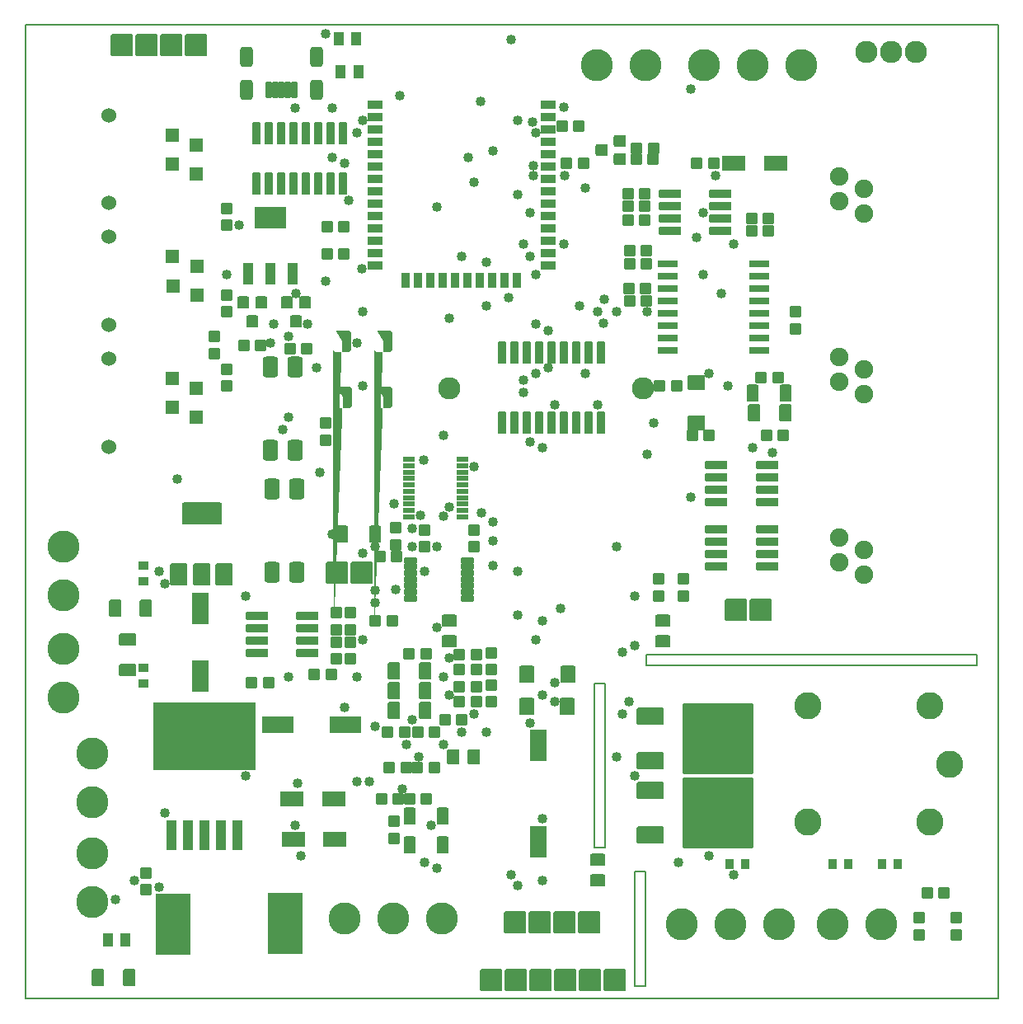
<source format=gbr>
G04 PROTEUS GERBER X2 FILE*
%TF.GenerationSoftware,Labcenter,Proteus,8.13-SP0-Build31525*%
%TF.CreationDate,2023-08-07T13:40:14+00:00*%
%TF.FileFunction,Soldermask,Top*%
%TF.FilePolarity,Negative*%
%TF.Part,Single*%
%TF.SameCoordinates,{8d507f11-5f74-4f73-9321-756942b8957b}*%
%FSLAX45Y45*%
%MOMM*%
G01*
%TA.AperFunction,Material*%
%ADD69C,1.016000*%
%AMPPAD064*
4,1,4,
-0.750000,0.450000,
0.750000,0.450000,
0.750000,-0.450000,
-0.750000,-0.450000,
-0.750000,0.450000,
0*%
%TA.AperFunction,Material*%
%ADD74PPAD064*%
%AMPPAD065*
4,1,4,
-0.450000,0.750000,
0.450000,0.750000,
0.450000,-0.750000,
-0.450000,-0.750000,
-0.450000,0.750000,
0*%
%ADD75PPAD065*%
%AMPPAD066*
4,1,36,
-1.143000,-0.317500,
-1.143000,0.317500,
-1.140470,0.343470,
-1.133200,0.367480,
-1.121650,0.389080,
-1.106290,0.407790,
-1.087570,0.423150,
-1.065980,0.434700,
-1.041970,0.441970,
-1.016000,0.444500,
1.016000,0.444500,
1.041970,0.441970,
1.065980,0.434700,
1.087570,0.423150,
1.106290,0.407790,
1.121650,0.389080,
1.133200,0.367480,
1.140470,0.343470,
1.143000,0.317500,
1.143000,-0.317500,
1.140470,-0.343470,
1.133200,-0.367480,
1.121650,-0.389080,
1.106290,-0.407790,
1.087570,-0.423150,
1.065980,-0.434700,
1.041970,-0.441970,
1.016000,-0.444500,
-1.016000,-0.444500,
-1.041970,-0.441970,
-1.065980,-0.434700,
-1.087570,-0.423150,
-1.106290,-0.407790,
-1.121650,-0.389080,
-1.133200,-0.367480,
-1.140470,-0.343470,
-1.143000,-0.317500,
0*%
%TA.AperFunction,Material*%
%ADD76PPAD066*%
%AMPPAD067*
4,1,36,
-0.677000,-0.200000,
-0.677000,0.200000,
-0.674470,0.225970,
-0.667200,0.249980,
-0.655650,0.271580,
-0.640290,0.290290,
-0.621570,0.305650,
-0.599980,0.317200,
-0.575970,0.324470,
-0.550000,0.327000,
0.550000,0.327000,
0.575970,0.324470,
0.599980,0.317200,
0.621570,0.305650,
0.640290,0.290290,
0.655650,0.271580,
0.667200,0.249980,
0.674470,0.225970,
0.677000,0.200000,
0.677000,-0.200000,
0.674470,-0.225970,
0.667200,-0.249980,
0.655650,-0.271580,
0.640290,-0.290290,
0.621570,-0.305650,
0.599980,-0.317200,
0.575970,-0.324470,
0.550000,-0.327000,
-0.550000,-0.327000,
-0.575970,-0.324470,
-0.599980,-0.317200,
-0.621570,-0.305650,
-0.640290,-0.290290,
-0.655650,-0.271580,
-0.667200,-0.249980,
-0.674470,-0.225970,
-0.677000,-0.200000,
0*%
%TA.AperFunction,Material*%
%ADD77PPAD067*%
%AMPPAD068*
4,1,36,
-0.627000,-0.150000,
-0.627000,0.150000,
-0.624470,0.175970,
-0.617200,0.199980,
-0.605650,0.221580,
-0.590290,0.240290,
-0.571570,0.255650,
-0.549980,0.267200,
-0.525970,0.274470,
-0.500000,0.277000,
0.500000,0.277000,
0.525970,0.274470,
0.549980,0.267200,
0.571570,0.255650,
0.590290,0.240290,
0.605650,0.221580,
0.617200,0.199980,
0.624470,0.175970,
0.627000,0.150000,
0.627000,-0.150000,
0.624470,-0.175970,
0.617200,-0.199980,
0.605650,-0.221580,
0.590290,-0.240290,
0.571570,-0.255650,
0.549980,-0.267200,
0.525970,-0.274470,
0.500000,-0.277000,
-0.500000,-0.277000,
-0.525970,-0.274470,
-0.549980,-0.267200,
-0.571570,-0.255650,
-0.590290,-0.240290,
-0.605650,-0.221580,
-0.617200,-0.199980,
-0.624470,-0.175970,
-0.627000,-0.150000,
0*%
%TA.AperFunction,Material*%
%ADD78PPAD068*%
%AMPPAD069*
4,1,4,
0.469900,0.444500,
0.469900,-0.444500,
-0.469900,-0.444500,
-0.469900,0.444500,
0.469900,0.444500,
0*%
%TA.AperFunction,Material*%
%ADD79PPAD069*%
%AMPPAD070*
4,1,36,
-0.571500,-0.444500,
-0.571500,0.444500,
-0.568970,0.470470,
-0.561700,0.494480,
-0.550150,0.516080,
-0.534790,0.534790,
-0.516070,0.550150,
-0.494480,0.561700,
-0.470470,0.568970,
-0.444500,0.571500,
0.444500,0.571500,
0.470470,0.568970,
0.494480,0.561700,
0.516070,0.550150,
0.534790,0.534790,
0.550150,0.516080,
0.561700,0.494480,
0.568970,0.470470,
0.571500,0.444500,
0.571500,-0.444500,
0.568970,-0.470470,
0.561700,-0.494480,
0.550150,-0.516080,
0.534790,-0.534790,
0.516070,-0.550150,
0.494480,-0.561700,
0.470470,-0.568970,
0.444500,-0.571500,
-0.444500,-0.571500,
-0.470470,-0.568970,
-0.494480,-0.561700,
-0.516070,-0.550150,
-0.534790,-0.534790,
-0.550150,-0.516080,
-0.561700,-0.494480,
-0.568970,-0.470470,
-0.571500,-0.444500,
0*%
%ADD80PPAD070*%
%AMPPAD071*
4,1,36,
0.444500,-0.571500,
-0.444500,-0.571500,
-0.470470,-0.568970,
-0.494480,-0.561700,
-0.516080,-0.550150,
-0.534790,-0.534790,
-0.550150,-0.516070,
-0.561700,-0.494480,
-0.568970,-0.470470,
-0.571500,-0.444500,
-0.571500,0.444500,
-0.568970,0.470470,
-0.561700,0.494480,
-0.550150,0.516070,
-0.534790,0.534790,
-0.516080,0.550150,
-0.494480,0.561700,
-0.470470,0.568970,
-0.444500,0.571500,
0.444500,0.571500,
0.470470,0.568970,
0.494480,0.561700,
0.516080,0.550150,
0.534790,0.534790,
0.550150,0.516070,
0.561700,0.494480,
0.568970,0.470470,
0.571500,0.444500,
0.571500,-0.444500,
0.568970,-0.470470,
0.561700,-0.494480,
0.550150,-0.516070,
0.534790,-0.534790,
0.516080,-0.550150,
0.494480,-0.561700,
0.470470,-0.568970,
0.444500,-0.571500,
0*%
%ADD81PPAD071*%
%ADD82C,3.302000*%
%AMPPAD073*
4,1,36,
0.508000,-0.889000,
-0.508000,-0.889000,
-0.533970,-0.886470,
-0.557980,-0.879200,
-0.579580,-0.867650,
-0.598290,-0.852290,
-0.613650,-0.833570,
-0.625200,-0.811980,
-0.632470,-0.787970,
-0.635000,-0.762000,
-0.635000,0.762000,
-0.632470,0.787970,
-0.625200,0.811980,
-0.613650,0.833570,
-0.598290,0.852290,
-0.579580,0.867650,
-0.557980,0.879200,
-0.533970,0.886470,
-0.508000,0.889000,
0.508000,0.889000,
0.533970,0.886470,
0.557980,0.879200,
0.579580,0.867650,
0.598290,0.852290,
0.613650,0.833570,
0.625200,0.811980,
0.632470,0.787970,
0.635000,0.762000,
0.635000,-0.762000,
0.632470,-0.787970,
0.625200,-0.811980,
0.613650,-0.833570,
0.598290,-0.852290,
0.579580,-0.867650,
0.557980,-0.879200,
0.533970,-0.886470,
0.508000,-0.889000,
0*%
%ADD83PPAD073*%
%AMPPAD074*
4,1,4,
1.175000,-0.775000,
-1.175000,-0.775000,
-1.175000,0.775000,
1.175000,0.775000,
1.175000,-0.775000,
0*%
%ADD84PPAD074*%
%AMPPAD075*
4,1,4,
0.520700,-1.498600,
-0.520700,-1.498600,
-0.520700,1.498600,
0.520700,1.498600,
0.520700,-1.498600,
0*%
%TA.AperFunction,Material*%
%ADD85PPAD075*%
%AMPPAD076*
4,1,4,
-5.245100,-3.454400,
-5.245100,3.454400,
5.245100,3.454400,
5.245100,-3.454400,
-5.245100,-3.454400,
0*%
%ADD86PPAD076*%
%AMPPAD077*
4,1,36,
-1.650000,3.127000,
1.650000,3.127000,
1.675970,3.124470,
1.699980,3.117200,
1.721580,3.105650,
1.740290,3.090290,
1.755650,3.071570,
1.767200,3.049980,
1.774470,3.025970,
1.777000,3.000000,
1.777000,-3.000000,
1.774470,-3.025970,
1.767200,-3.049980,
1.755650,-3.071570,
1.740290,-3.090290,
1.721580,-3.105650,
1.699980,-3.117200,
1.675970,-3.124470,
1.650000,-3.127000,
-1.650000,-3.127000,
-1.675970,-3.124470,
-1.699980,-3.117200,
-1.721580,-3.105650,
-1.740290,-3.090290,
-1.755650,-3.071570,
-1.767200,-3.049980,
-1.774470,-3.025970,
-1.777000,-3.000000,
-1.777000,3.000000,
-1.774470,3.025970,
-1.767200,3.049980,
-1.755650,3.071570,
-1.740290,3.090290,
-1.721580,3.105650,
-1.699980,3.117200,
-1.675970,3.124470,
-1.650000,3.127000,
0*%
%TA.AperFunction,Material*%
%ADD87PPAD077*%
%AMPPAD078*
4,1,36,
-0.700000,1.627000,
0.700000,1.627000,
0.725970,1.624470,
0.749980,1.617200,
0.771580,1.605650,
0.790290,1.590290,
0.805650,1.571570,
0.817200,1.549980,
0.824470,1.525970,
0.827000,1.500000,
0.827000,-1.500000,
0.824470,-1.525970,
0.817200,-1.549980,
0.805650,-1.571570,
0.790290,-1.590290,
0.771580,-1.605650,
0.749980,-1.617200,
0.725970,-1.624470,
0.700000,-1.627000,
-0.700000,-1.627000,
-0.725970,-1.624470,
-0.749980,-1.617200,
-0.771580,-1.605650,
-0.790290,-1.590290,
-0.805650,-1.571570,
-0.817200,-1.549980,
-0.824470,-1.525970,
-0.827000,-1.500000,
-0.827000,1.500000,
-0.824470,1.525970,
-0.817200,1.549980,
-0.805650,1.571570,
-0.790290,1.590290,
-0.771580,1.605650,
-0.749980,1.617200,
-0.725970,1.624470,
-0.700000,1.627000,
0*%
%ADD88PPAD078*%
%AMPPAD079*
4,1,36,
1.627000,0.700000,
1.627000,-0.700000,
1.624470,-0.725970,
1.617200,-0.749980,
1.605650,-0.771580,
1.590290,-0.790290,
1.571570,-0.805650,
1.549980,-0.817200,
1.525970,-0.824470,
1.500000,-0.827000,
-1.500000,-0.827000,
-1.525970,-0.824470,
-1.549980,-0.817200,
-1.571570,-0.805650,
-1.590290,-0.790290,
-1.605650,-0.771580,
-1.617200,-0.749980,
-1.624470,-0.725970,
-1.627000,-0.700000,
-1.627000,0.700000,
-1.624470,0.725970,
-1.617200,0.749980,
-1.605650,0.771580,
-1.590290,0.790290,
-1.571570,0.805650,
-1.549980,0.817200,
-1.525970,0.824470,
-1.500000,0.827000,
1.500000,0.827000,
1.525970,0.824470,
1.549980,0.817200,
1.571570,0.805650,
1.590290,0.790290,
1.605650,0.771580,
1.617200,0.749980,
1.624470,0.725970,
1.627000,0.700000,
0*%
%ADD89PPAD079*%
%AMPPAD080*
4,1,4,
-0.495300,0.698500,
0.495300,0.698500,
0.495300,-0.698500,
-0.495300,-0.698500,
-0.495300,0.698500,
0*%
%ADD90PPAD080*%
%AMPPAD081*
4,1,36,
0.444500,-0.889000,
-0.444500,-0.889000,
-0.470470,-0.886470,
-0.494480,-0.879200,
-0.516080,-0.867650,
-0.534790,-0.852290,
-0.550150,-0.833570,
-0.561700,-0.811980,
-0.568970,-0.787970,
-0.571500,-0.762000,
-0.571500,0.762000,
-0.568970,0.787970,
-0.561700,0.811980,
-0.550150,0.833570,
-0.534790,0.852290,
-0.516080,0.867650,
-0.494480,0.879200,
-0.470470,0.886470,
-0.444500,0.889000,
0.444500,0.889000,
0.470470,0.886470,
0.494480,0.879200,
0.516080,0.867650,
0.534790,0.852290,
0.550150,0.833570,
0.561700,0.811980,
0.568970,0.787970,
0.571500,0.762000,
0.571500,-0.762000,
0.568970,-0.787970,
0.561700,-0.811980,
0.550150,-0.833570,
0.534790,-0.852290,
0.516080,-0.867650,
0.494480,-0.879200,
0.470470,-0.886470,
0.444500,-0.889000,
0*%
%ADD91PPAD081*%
%AMPPAD082*
4,1,36,
1.397000,0.762000,
1.397000,-0.762000,
1.394470,-0.787970,
1.387200,-0.811980,
1.375650,-0.833580,
1.360290,-0.852290,
1.341570,-0.867650,
1.319980,-0.879200,
1.295970,-0.886470,
1.270000,-0.889000,
-1.270000,-0.889000,
-1.295970,-0.886470,
-1.319980,-0.879200,
-1.341570,-0.867650,
-1.360290,-0.852290,
-1.375650,-0.833580,
-1.387200,-0.811980,
-1.394470,-0.787970,
-1.397000,-0.762000,
-1.397000,0.762000,
-1.394470,0.787970,
-1.387200,0.811980,
-1.375650,0.833580,
-1.360290,0.852290,
-1.341570,0.867650,
-1.319980,0.879200,
-1.295970,0.886470,
-1.270000,0.889000,
1.270000,0.889000,
1.295970,0.886470,
1.319980,0.879200,
1.341570,0.867650,
1.360290,0.852290,
1.375650,0.833580,
1.387200,0.811980,
1.394470,0.787970,
1.397000,0.762000,
0*%
%TA.AperFunction,Material*%
%ADD92PPAD082*%
%AMPPAD083*
4,1,36,
3.619500,3.492500,
3.619500,-3.492500,
3.616970,-3.518470,
3.609700,-3.542480,
3.598150,-3.564080,
3.582790,-3.582790,
3.564070,-3.598150,
3.542480,-3.609700,
3.518470,-3.616970,
3.492500,-3.619500,
-3.492500,-3.619500,
-3.518470,-3.616970,
-3.542480,-3.609700,
-3.564070,-3.598150,
-3.582790,-3.582790,
-3.598150,-3.564080,
-3.609700,-3.542480,
-3.616970,-3.518470,
-3.619500,-3.492500,
-3.619500,3.492500,
-3.616970,3.518470,
-3.609700,3.542480,
-3.598150,3.564080,
-3.582790,3.582790,
-3.564070,3.598150,
-3.542480,3.609700,
-3.518470,3.616970,
-3.492500,3.619500,
3.492500,3.619500,
3.518470,3.616970,
3.542480,3.609700,
3.564070,3.598150,
3.582790,3.582790,
3.598150,3.564080,
3.609700,3.542480,
3.616970,3.518470,
3.619500,3.492500,
0*%
%ADD93PPAD083*%
%TA.AperFunction,Material*%
%ADD94C,2.286000*%
%AMPPAD085*
4,1,36,
0.200000,-0.827000,
-0.200000,-0.827000,
-0.225970,-0.824470,
-0.249980,-0.817200,
-0.271580,-0.805650,
-0.290290,-0.790290,
-0.305650,-0.771570,
-0.317200,-0.749980,
-0.324470,-0.725970,
-0.327000,-0.700000,
-0.327000,0.700000,
-0.324470,0.725970,
-0.317200,0.749980,
-0.305650,0.771570,
-0.290290,0.790290,
-0.271580,0.805650,
-0.249980,0.817200,
-0.225970,0.824470,
-0.200000,0.827000,
0.200000,0.827000,
0.225970,0.824470,
0.249980,0.817200,
0.271580,0.805650,
0.290290,0.790290,
0.305650,0.771570,
0.317200,0.749980,
0.324470,0.725970,
0.327000,0.700000,
0.327000,-0.700000,
0.324470,-0.725970,
0.317200,-0.749980,
0.305650,-0.771570,
0.290290,-0.790290,
0.271580,-0.805650,
0.249980,-0.817200,
0.225970,-0.824470,
0.200000,-0.827000,
0*%
%TA.AperFunction,Material*%
%ADD95PPAD085*%
%AMPPAD086*
4,1,36,
0.220200,-1.052000,
-0.220200,-1.052000,
-0.308490,-1.043410,
-0.390130,-1.018690,
-0.463560,-0.979420,
-0.527180,-0.927180,
-0.579420,-0.863560,
-0.618690,-0.790130,
-0.643410,-0.708490,
-0.652000,-0.620200,
-0.652000,0.620200,
-0.643410,0.708490,
-0.618690,0.790130,
-0.579420,0.863560,
-0.527180,0.927180,
-0.463560,0.979420,
-0.390130,1.018690,
-0.308490,1.043410,
-0.220200,1.052000,
0.220200,1.052000,
0.308490,1.043410,
0.390130,1.018690,
0.463560,0.979420,
0.527180,0.927180,
0.579420,0.863560,
0.618690,0.790130,
0.643410,0.708490,
0.652000,0.620200,
0.652000,-0.620200,
0.643410,-0.708490,
0.618690,-0.790130,
0.579420,-0.863560,
0.527180,-0.927180,
0.463560,-0.979420,
0.390130,-1.018690,
0.308490,-1.043410,
0.220200,-1.052000,
0*%
%ADD96PPAD086*%
%AMPPAD087*
4,1,36,
-0.317500,1.143000,
0.317500,1.143000,
0.343470,1.140470,
0.367480,1.133200,
0.389080,1.121650,
0.407790,1.106290,
0.423150,1.087570,
0.434700,1.065980,
0.441970,1.041970,
0.444500,1.016000,
0.444500,-1.016000,
0.441970,-1.041970,
0.434700,-1.065980,
0.423150,-1.087570,
0.407790,-1.106290,
0.389080,-1.121650,
0.367480,-1.133200,
0.343470,-1.140470,
0.317500,-1.143000,
-0.317500,-1.143000,
-0.343470,-1.140470,
-0.367480,-1.133200,
-0.389080,-1.121650,
-0.407790,-1.106290,
-0.423150,-1.087570,
-0.434700,-1.065980,
-0.441970,-1.041970,
-0.444500,-1.016000,
-0.444500,1.016000,
-0.441970,1.041970,
-0.434700,1.065980,
-0.423150,1.087570,
-0.407790,1.106290,
-0.389080,1.121650,
-0.367480,1.133200,
-0.343470,1.140470,
-0.317500,1.143000,
0*%
%TA.AperFunction,Material*%
%ADD97PPAD087*%
%AMPPAD088*
4,1,36,
-0.444500,0.635000,
0.444500,0.635000,
0.470470,0.632470,
0.494480,0.625200,
0.516080,0.613650,
0.534790,0.598290,
0.550150,0.579570,
0.561700,0.557980,
0.568970,0.533970,
0.571500,0.508000,
0.571500,-0.508000,
0.568970,-0.533970,
0.561700,-0.557980,
0.550150,-0.579570,
0.534790,-0.598290,
0.516080,-0.613650,
0.494480,-0.625200,
0.470470,-0.632470,
0.444500,-0.635000,
-0.444500,-0.635000,
-0.470470,-0.632470,
-0.494480,-0.625200,
-0.516080,-0.613650,
-0.534790,-0.598290,
-0.550150,-0.579570,
-0.561700,-0.557980,
-0.568970,-0.533970,
-0.571500,-0.508000,
-0.571500,0.508000,
-0.568970,0.533970,
-0.561700,0.557980,
-0.550150,0.579570,
-0.534790,0.598290,
-0.516080,0.613650,
-0.494480,0.625200,
-0.470470,0.632470,
-0.444500,0.635000,
0*%
%TA.AperFunction,Material*%
%ADD98PPAD088*%
%AMPPAD089*
4,1,4,
0.469900,-1.079500,
-0.469900,-1.079500,
-0.469900,1.079500,
0.469900,1.079500,
0.469900,-1.079500,
0*%
%TA.AperFunction,Material*%
%ADD99PPAD089*%
%AMPPAD090*
4,1,4,
-1.625600,-1.079500,
-1.625600,1.079500,
1.625600,1.079500,
1.625600,-1.079500,
-1.625600,-1.079500,
0*%
%ADD100PPAD090*%
%AMPPAD091*
4,1,68,
-0.650000,1.104000,
0.650000,1.104000,
0.676400,1.102720,
0.701930,1.098950,
0.726490,1.092800,
0.749960,1.084400,
0.772220,1.073870,
0.793150,1.061300,
0.812650,1.046840,
0.830580,1.030580,
0.846840,1.012640,
0.861300,0.993150,
0.873860,0.972220,
0.884400,0.949960,
0.892800,0.926490,
0.898950,0.901930,
0.902720,0.876400,
0.904000,0.850000,
0.904000,-0.850000,
0.902720,-0.876400,
0.898950,-0.901930,
0.892800,-0.926490,
0.884400,-0.949960,
0.873860,-0.972220,
0.861300,-0.993150,
0.846840,-1.012640,
0.830580,-1.030580,
0.812650,-1.046840,
0.793150,-1.061300,
0.772220,-1.073870,
0.749960,-1.084400,
0.726490,-1.092800,
0.701930,-1.098950,
0.676400,-1.102720,
0.650000,-1.104000,
-0.650000,-1.104000,
-0.676400,-1.102720,
-0.701930,-1.098950,
-0.726490,-1.092800,
-0.749960,-1.084400,
-0.772220,-1.073870,
-0.793150,-1.061300,
-0.812650,-1.046840,
-0.830580,-1.030580,
-0.846840,-1.012640,
-0.861300,-0.993150,
-0.873860,-0.972220,
-0.884400,-0.949960,
-0.892800,-0.926490,
-0.898950,-0.901930,
-0.902720,-0.876400,
-0.904000,-0.850000,
-0.904000,0.850000,
-0.902720,0.876400,
-0.898950,0.901930,
-0.892800,0.926490,
-0.884400,0.949960,
-0.873860,0.972220,
-0.861300,0.993150,
-0.846840,1.012640,
-0.830580,1.030580,
-0.812650,1.046840,
-0.793150,1.061300,
-0.772220,1.073870,
-0.749960,1.084400,
-0.726490,1.092800,
-0.701930,1.098950,
-0.676400,1.102720,
-0.650000,1.104000,
0*%
%TA.AperFunction,Material*%
%ADD101PPAD091*%
%AMPPAD092*
4,1,4,
-1.003300,-0.304800,
-1.003300,0.304800,
1.003300,0.304800,
1.003300,-0.304800,
-1.003300,-0.304800,
0*%
%TA.AperFunction,Material*%
%ADD102PPAD092*%
%TA.AperFunction,Material*%
%ADD103C,1.905000*%
%AMPPAD094*
4,1,36,
0.705000,0.654050,
0.705000,-0.654050,
0.703990,-0.664470,
0.701070,-0.674100,
0.696430,-0.682760,
0.690270,-0.690270,
0.682760,-0.696430,
0.674100,-0.701070,
0.664460,-0.703990,
0.654050,-0.705000,
-0.654050,-0.705000,
-0.664460,-0.703990,
-0.674100,-0.701070,
-0.682760,-0.696430,
-0.690270,-0.690270,
-0.696430,-0.682760,
-0.701070,-0.674100,
-0.703990,-0.664470,
-0.705000,-0.654050,
-0.705000,0.654050,
-0.703990,0.664470,
-0.701070,0.674100,
-0.696430,0.682760,
-0.690270,0.690270,
-0.682760,0.696430,
-0.674100,0.701070,
-0.664460,0.703990,
-0.654050,0.705000,
0.654050,0.705000,
0.664460,0.703990,
0.674100,0.701070,
0.682760,0.696430,
0.690270,0.690270,
0.696430,0.682760,
0.701070,0.674100,
0.703990,0.664470,
0.705000,0.654050,
0*%
%ADD104PPAD094*%
%ADD105C,1.524000*%
%AMPPAD096*
4,1,36,
-1.016000,1.143000,
1.016000,1.143000,
1.041970,1.140470,
1.065980,1.133200,
1.087580,1.121650,
1.106290,1.106290,
1.121650,1.087570,
1.133200,1.065980,
1.140470,1.041970,
1.143000,1.016000,
1.143000,-1.016000,
1.140470,-1.041970,
1.133200,-1.065980,
1.121650,-1.087570,
1.106290,-1.106290,
1.087580,-1.121650,
1.065980,-1.133200,
1.041970,-1.140470,
1.016000,-1.143000,
-1.016000,-1.143000,
-1.041970,-1.140470,
-1.065980,-1.133200,
-1.087580,-1.121650,
-1.106290,-1.106290,
-1.121650,-1.087570,
-1.133200,-1.065980,
-1.140470,-1.041970,
-1.143000,-1.016000,
-1.143000,1.016000,
-1.140470,1.041970,
-1.133200,1.065980,
-1.121650,1.087570,
-1.106290,1.106290,
-1.087580,1.121650,
-1.065980,1.133200,
-1.041970,1.140470,
-1.016000,1.143000,
0*%
%ADD106PPAD096*%
%AMPPAD097*
4,1,36,
0.635000,0.444500,
0.635000,-0.444500,
0.632470,-0.470470,
0.625200,-0.494480,
0.613650,-0.516080,
0.598290,-0.534790,
0.579570,-0.550150,
0.557980,-0.561700,
0.533970,-0.568970,
0.508000,-0.571500,
-0.508000,-0.571500,
-0.533970,-0.568970,
-0.557980,-0.561700,
-0.579570,-0.550150,
-0.598290,-0.534790,
-0.613650,-0.516080,
-0.625200,-0.494480,
-0.632470,-0.470470,
-0.635000,-0.444500,
-0.635000,0.444500,
-0.632470,0.470470,
-0.625200,0.494480,
-0.613650,0.516080,
-0.598290,0.534790,
-0.579570,0.550150,
-0.557980,0.561700,
-0.533970,0.568970,
-0.508000,0.571500,
0.508000,0.571500,
0.533970,0.568970,
0.557980,0.561700,
0.579570,0.550150,
0.598290,0.534790,
0.613650,0.516080,
0.625200,0.494480,
0.632470,0.470470,
0.635000,0.444500,
0*%
%TA.AperFunction,Material*%
%ADD107PPAD097*%
%TA.AperFunction,Material*%
%ADD108C,2.794000*%
%AMPPAD099*
4,1,36,
0.785000,0.675000,
0.785000,-0.675000,
0.777240,-0.754740,
0.754910,-0.828480,
0.719440,-0.894800,
0.672260,-0.952260,
0.614800,-0.999440,
0.548480,-1.034910,
0.474740,-1.057240,
0.395000,-1.065000,
-0.395000,-1.065000,
-0.474740,-1.057240,
-0.548480,-1.034910,
-0.614800,-0.999440,
-0.672260,-0.952260,
-0.719440,-0.894800,
-0.754910,-0.828480,
-0.777240,-0.754740,
-0.785000,-0.675000,
-0.785000,0.675000,
-0.777240,0.754740,
-0.754910,0.828480,
-0.719440,0.894800,
-0.672260,0.952260,
-0.614800,0.999440,
-0.548480,1.034910,
-0.474740,1.057240,
-0.395000,1.065000,
0.395000,1.065000,
0.474740,1.057240,
0.548480,1.034910,
0.614800,0.999440,
0.672260,0.952260,
0.719440,0.894800,
0.754910,0.828480,
0.777240,0.754740,
0.785000,0.675000,
0*%
%TA.AperFunction,Material*%
%ADD109PPAD099*%
%AMPPAD100*
4,1,4,
-0.444500,0.469900,
0.444500,0.469900,
0.444500,-0.469900,
-0.444500,-0.469900,
-0.444500,0.469900,
0*%
%TA.AperFunction,Material*%
%ADD110PPAD100*%
%AMPPAD101*
4,1,36,
-0.762000,1.143000,
0.762000,1.143000,
0.787970,1.140470,
0.811980,1.133200,
0.833580,1.121650,
0.852290,1.106290,
0.867650,1.087570,
0.879200,1.065980,
0.886470,1.041970,
0.889000,1.016000,
0.889000,-1.016000,
0.886470,-1.041970,
0.879200,-1.065980,
0.867650,-1.087570,
0.852290,-1.106290,
0.833580,-1.121650,
0.811980,-1.133200,
0.787970,-1.140470,
0.762000,-1.143000,
-0.762000,-1.143000,
-0.787970,-1.140470,
-0.811980,-1.133200,
-0.833580,-1.121650,
-0.852290,-1.106290,
-0.867650,-1.087570,
-0.879200,-1.065980,
-0.886470,-1.041970,
-0.889000,-1.016000,
-0.889000,1.016000,
-0.886470,1.041970,
-0.879200,1.065980,
-0.867650,1.087570,
-0.852290,1.106290,
-0.833580,1.121650,
-0.811980,1.133200,
-0.787970,1.140470,
-0.762000,1.143000,
0*%
%TA.AperFunction,Material*%
%ADD111PPAD101*%
%AMPPAD102*
4,1,36,
2.032000,1.016000,
2.032000,-1.016000,
2.029470,-1.041970,
2.022200,-1.065980,
2.010650,-1.087580,
1.995290,-1.106290,
1.976570,-1.121650,
1.954980,-1.133200,
1.930970,-1.140470,
1.905000,-1.143000,
-1.905000,-1.143000,
-1.930970,-1.140470,
-1.954980,-1.133200,
-1.976570,-1.121650,
-1.995290,-1.106290,
-2.010650,-1.087580,
-2.022200,-1.065980,
-2.029470,-1.041970,
-2.032000,-1.016000,
-2.032000,1.016000,
-2.029470,1.041970,
-2.022200,1.065980,
-2.010650,1.087580,
-1.995290,1.106290,
-1.976570,1.121650,
-1.954980,1.133200,
-1.930970,1.140470,
-1.905000,1.143000,
1.905000,1.143000,
1.930970,1.140470,
1.954980,1.133200,
1.976570,1.121650,
1.995290,1.106290,
2.010650,1.087580,
2.022200,1.065980,
2.029470,1.041970,
2.032000,1.016000,
0*%
%ADD112PPAD102*%
%AMPPAD103*
4,1,36,
-0.889000,-0.635000,
-0.889000,0.635000,
-0.886470,0.660970,
-0.879200,0.684980,
-0.867650,0.706580,
-0.852290,0.725290,
-0.833570,0.740650,
-0.811980,0.752200,
-0.787970,0.759470,
-0.762000,0.762000,
0.762000,0.762000,
0.787970,0.759470,
0.811980,0.752200,
0.833570,0.740650,
0.852290,0.725290,
0.867650,0.706580,
0.879200,0.684980,
0.886470,0.660970,
0.889000,0.635000,
0.889000,-0.635000,
0.886470,-0.660970,
0.879200,-0.684980,
0.867650,-0.706580,
0.852290,-0.725290,
0.833570,-0.740650,
0.811980,-0.752200,
0.787970,-0.759470,
0.762000,-0.762000,
-0.762000,-0.762000,
-0.787970,-0.759470,
-0.811980,-0.752200,
-0.833570,-0.740650,
-0.852290,-0.725290,
-0.867650,-0.706580,
-0.879200,-0.684980,
-0.886470,-0.660970,
-0.889000,-0.635000,
0*%
%TA.AperFunction,Material*%
%ADD113PPAD103*%
%AMPPAD104*
4,1,36,
-0.635000,0.889000,
0.635000,0.889000,
0.660970,0.886470,
0.684980,0.879200,
0.706580,0.867650,
0.725290,0.852290,
0.740650,0.833570,
0.752200,0.811980,
0.759470,0.787970,
0.762000,0.762000,
0.762000,-0.762000,
0.759470,-0.787970,
0.752200,-0.811980,
0.740650,-0.833570,
0.725290,-0.852290,
0.706580,-0.867650,
0.684980,-0.879200,
0.660970,-0.886470,
0.635000,-0.889000,
-0.635000,-0.889000,
-0.660970,-0.886470,
-0.684980,-0.879200,
-0.706580,-0.867650,
-0.725290,-0.852290,
-0.740650,-0.833570,
-0.752200,-0.811980,
-0.759470,-0.787970,
-0.762000,-0.762000,
-0.762000,0.762000,
-0.759470,0.787970,
-0.752200,0.811980,
-0.740650,0.833570,
-0.725290,0.852290,
-0.706580,0.867650,
-0.684980,0.879200,
-0.660970,0.886470,
-0.635000,0.889000,
0*%
%ADD114PPAD104*%
%AMPPAD105*
4,1,36,
-0.889000,-0.508000,
-0.889000,0.508000,
-0.886470,0.533970,
-0.879200,0.557980,
-0.867650,0.579580,
-0.852290,0.598290,
-0.833570,0.613650,
-0.811980,0.625200,
-0.787970,0.632470,
-0.762000,0.635000,
0.762000,0.635000,
0.787970,0.632470,
0.811980,0.625200,
0.833570,0.613650,
0.852290,0.598290,
0.867650,0.579580,
0.879200,0.557980,
0.886470,0.533970,
0.889000,0.508000,
0.889000,-0.508000,
0.886470,-0.533970,
0.879200,-0.557980,
0.867650,-0.579580,
0.852290,-0.598290,
0.833570,-0.613650,
0.811980,-0.625200,
0.787970,-0.632470,
0.762000,-0.635000,
-0.762000,-0.635000,
-0.787970,-0.632470,
-0.811980,-0.625200,
-0.833570,-0.613650,
-0.852290,-0.598290,
-0.867650,-0.579580,
-0.879200,-0.557980,
-0.886470,-0.533970,
-0.889000,-0.508000,
0*%
%ADD115PPAD105*%
%AMPPAD106*
4,1,36,
0.762000,0.508000,
0.762000,-0.508000,
0.759470,-0.533970,
0.752200,-0.557980,
0.740650,-0.579580,
0.725290,-0.598290,
0.706570,-0.613650,
0.684980,-0.625200,
0.660970,-0.632470,
0.635000,-0.635000,
-0.635000,-0.635000,
-0.660970,-0.632470,
-0.684980,-0.625200,
-0.706570,-0.613650,
-0.725290,-0.598290,
-0.740650,-0.579580,
-0.752200,-0.557980,
-0.759470,-0.533970,
-0.762000,-0.508000,
-0.762000,0.508000,
-0.759470,0.533970,
-0.752200,0.557980,
-0.740650,0.579580,
-0.725290,0.598290,
-0.706570,0.613650,
-0.684980,0.625200,
-0.660970,0.632470,
-0.635000,0.635000,
0.635000,0.635000,
0.660970,0.632470,
0.684980,0.625200,
0.706570,0.613650,
0.725290,0.598290,
0.740650,0.579580,
0.752200,0.557980,
0.759470,0.533970,
0.762000,0.508000,
0*%
%ADD116PPAD106*%
%AMPPAD107*
4,1,36,
0.508000,-0.762000,
-0.508000,-0.762000,
-0.533970,-0.759470,
-0.557980,-0.752200,
-0.579580,-0.740650,
-0.598290,-0.725290,
-0.613650,-0.706570,
-0.625200,-0.684980,
-0.632470,-0.660970,
-0.635000,-0.635000,
-0.635000,0.635000,
-0.632470,0.660970,
-0.625200,0.684980,
-0.613650,0.706570,
-0.598290,0.725290,
-0.579580,0.740650,
-0.557980,0.752200,
-0.533970,0.759470,
-0.508000,0.762000,
0.508000,0.762000,
0.533970,0.759470,
0.557980,0.752200,
0.579580,0.740650,
0.598290,0.725290,
0.613650,0.706570,
0.625200,0.684980,
0.632470,0.660970,
0.635000,0.635000,
0.635000,-0.635000,
0.632470,-0.660970,
0.625200,-0.684980,
0.613650,-0.706570,
0.598290,-0.725290,
0.579580,-0.740650,
0.557980,-0.752200,
0.533970,-0.759470,
0.508000,-0.762000,
0*%
%ADD117PPAD107*%
%TA.AperFunction,Profile*%
%ADD58C,0.203200*%
%TD.AperFunction*%
D69*
X-698500Y-1333500D03*
X-3619500Y-254000D03*
X+230000Y+3810000D03*
X+550000Y+3810000D03*
X+540000Y+4510000D03*
X-1841500Y+4508500D03*
X-952500Y-2159000D03*
X-190500Y+63500D03*
X+1841500Y+4699000D03*
X-1905000Y+5270500D03*
X-2286000Y-1333500D03*
X-3873500Y-3429000D03*
X+317500Y+1016000D03*
X+1270000Y-1016000D03*
X+1270000Y-2349500D03*
X-1968500Y+762000D03*
X-508000Y-1905000D03*
X-762000Y-825500D03*
X+1079500Y+2413000D03*
X+2032000Y+1778000D03*
X+889000Y+2413000D03*
X-1530000Y+2857500D03*
X-1524000Y+4381500D03*
X-1524000Y+2413000D03*
X-1397000Y-444500D03*
X-1397000Y-571500D03*
X-698500Y-2032000D03*
X-2730500Y-2349500D03*
X-889000Y-3238500D03*
X+1460500Y+1270000D03*
X+2286000Y-3365500D03*
X-2159000Y-3175000D03*
X-1460500Y-2413000D03*
X-3556000Y-381000D03*
X-3556000Y-2730500D03*
X-1587500Y-2413000D03*
X-3619500Y-3492500D03*
X-2222500Y-2857500D03*
X+254000Y-952500D03*
X+254000Y+1778000D03*
X+508000Y-635000D03*
X+381000Y+2222500D03*
X+381000Y+1841500D03*
X-381000Y+825500D03*
X-381000Y+3746500D03*
X+63500Y-254000D03*
X+0Y-3365500D03*
X-1670000Y+3560000D03*
X+2222500Y+1651000D03*
X+2159000Y+2603500D03*
X-635000Y+2349500D03*
X+950000Y+2300000D03*
X-930000Y+320000D03*
X-889000Y-254000D03*
X-1190000Y-440000D03*
X-1206500Y+444500D03*
X-1841500Y+4000500D03*
X-317500Y+4572000D03*
X+952500Y+2540000D03*
X+1397000Y+2413000D03*
X-310000Y+350000D03*
X-254000Y+2476500D03*
X-2095500Y+2286000D03*
X-2470000Y+2095500D03*
X-1524000Y+1651000D03*
X-1587500Y+4254500D03*
X+2476500Y+1016000D03*
X-1397000Y+0D03*
X+1841500Y+508000D03*
X+317500Y-3429000D03*
X-1143000Y+4635500D03*
X+762000Y+1778000D03*
X-1524000Y-952500D03*
X-4064000Y-3619500D03*
X-1905000Y+2730500D03*
X-1120239Y-2484738D03*
X-1267913Y-1895272D03*
X-1397000Y-1841500D03*
X+254000Y+2794000D03*
X+254000Y+2286000D03*
X-2440057Y+2290000D03*
X-1587500Y+2095500D03*
X-508000Y+2984500D03*
X-698500Y+1143000D03*
X-635000Y-1524000D03*
X-635000Y+410000D03*
X-2349500Y+1206500D03*
X+127000Y+1714500D03*
X+127000Y+3111500D03*
X+127000Y+1587500D03*
X+540000Y+3110000D03*
X+444500Y+1460500D03*
X-762000Y+3492500D03*
X-1016000Y+0D03*
X-698500Y+317500D03*
X-635000Y-1143000D03*
X+190500Y+1079500D03*
X+190500Y+2984500D03*
X+63500Y+3619500D03*
X+63500Y+4381500D03*
X+1206500Y-1587500D03*
X+1270000Y-508000D03*
X+2032000Y-3175000D03*
X+317500Y-1524000D03*
X+1714500Y-3238500D03*
X-762000Y-3302000D03*
X-190500Y+4064000D03*
X+1968500Y+3429000D03*
X+254000Y+4254500D03*
X+1968500Y+2794000D03*
X+0Y+5207000D03*
X+220000Y+4360000D03*
X+230000Y+3910000D03*
X+1905000Y+3175000D03*
X+698500Y+2476500D03*
X+444500Y-1397000D03*
X+444500Y-1587500D03*
X+190500Y+3429000D03*
X-190500Y+254000D03*
X-254000Y+2921000D03*
X+762000Y+3683000D03*
X-1714500Y+3937000D03*
X-2222500Y+4508500D03*
X+2095500Y+3810000D03*
X+889000Y+1460500D03*
X-1714500Y-1651000D03*
X-1524000Y-63500D03*
X-1587500Y-1333500D03*
X+2682250Y+967750D03*
X-1998208Y+1834760D03*
X-900000Y+890000D03*
X-762000Y+0D03*
X-2190000Y-2430000D03*
X-2210000Y+2600000D03*
X-2286000Y+2159000D03*
X-1016000Y+190500D03*
X+1397000Y+952500D03*
X-254000Y-1905000D03*
X-444500Y+4000500D03*
X-1079500Y-2032000D03*
X-3429000Y+698500D03*
X-1841500Y+127000D03*
X-825500Y-2857500D03*
X-1016000Y-1778000D03*
X+317500Y-2794000D03*
X+317500Y-762000D03*
X+190500Y-1810000D03*
X-190500Y-190500D03*
X-381000Y-1714500D03*
X+2286000Y+3111500D03*
X-2794000Y+3302000D03*
X-2921000Y+2794000D03*
X-2730500Y-508000D03*
X-2290000Y+1330000D03*
X+1143000Y-1714500D03*
X+1143000Y-1079500D03*
X+63500Y-3480000D03*
X+63500Y-698500D03*
X-30000Y+2560000D03*
X+1079500Y-2159000D03*
X+1079500Y+0D03*
D74*
X-1400000Y+4538000D03*
X-1400000Y+4411000D03*
X-1400000Y+4284000D03*
X-1400000Y+4157000D03*
X-1400000Y+4030000D03*
X-1400000Y+3903000D03*
X-1400000Y+3776000D03*
X-1400000Y+3649000D03*
X-1400000Y+3522000D03*
X-1400000Y+3395000D03*
X-1400000Y+3268000D03*
X-1400000Y+3141000D03*
X-1400000Y+3014000D03*
X-1400000Y+2887000D03*
D75*
X-1081000Y+2737000D03*
X-954000Y+2737000D03*
X-827000Y+2737000D03*
X-700000Y+2737000D03*
X-573000Y+2737000D03*
X-446000Y+2737000D03*
X-319000Y+2737000D03*
X-192000Y+2737000D03*
X-65000Y+2737000D03*
X+62000Y+2737000D03*
D74*
X+380000Y+2887000D03*
X+380000Y+3014000D03*
X+380000Y+3141000D03*
X+380000Y+3268000D03*
X+380000Y+3395000D03*
X+380000Y+3522000D03*
X+380000Y+3649000D03*
X+380000Y+3776000D03*
X+380000Y+3903000D03*
X+380000Y+4030000D03*
X+380000Y+4157000D03*
X+380000Y+4284000D03*
X+380000Y+4411000D03*
X+380000Y+4538000D03*
D76*
X-2610350Y-709500D03*
X-2610350Y-836500D03*
X-2610350Y-963500D03*
X-2610350Y-1090500D03*
X-2089650Y-1090500D03*
X-2089650Y-963500D03*
X-2089650Y-836500D03*
X-2089650Y-709500D03*
D77*
X-1035000Y-140000D03*
X-1035000Y-205000D03*
X-1035000Y-270000D03*
X-1035000Y-335000D03*
X-1035000Y-400000D03*
X-1035000Y-465000D03*
X-1035000Y-530000D03*
X-450000Y-530000D03*
X-450000Y-465000D03*
X-450000Y-400000D03*
X-450000Y-335000D03*
X-450000Y-270000D03*
X-450000Y-205000D03*
X-450000Y-140000D03*
D78*
X-1050000Y+895000D03*
X-1050000Y+830000D03*
X-1050000Y+765000D03*
X-1050000Y+700000D03*
X-1050000Y+635000D03*
X-1050000Y+570000D03*
X-1050000Y+505000D03*
X-1050000Y+440000D03*
X-1050000Y+375000D03*
X-1050000Y+310000D03*
X-500000Y+310000D03*
X-500000Y+375000D03*
X-500000Y+440000D03*
X-500000Y+505000D03*
X-500000Y+570000D03*
X-500000Y+635000D03*
X-500000Y+700000D03*
X-500000Y+765000D03*
X-500000Y+830000D03*
X-500000Y+895000D03*
D79*
X-3780000Y-350000D03*
X-3780000Y-190000D03*
X-3780000Y-1400000D03*
X-3780000Y-1240000D03*
D80*
X-1800000Y-1150000D03*
X-1800000Y-977280D03*
X-1800000Y-851360D03*
X-1800000Y-678640D03*
X-1650000Y-977280D03*
X-1650000Y-1150000D03*
X-1650000Y-678640D03*
X-1650000Y-851360D03*
D81*
X-360000Y-1440000D03*
X-532720Y-1440000D03*
X-360000Y-1110000D03*
X-532720Y-1110000D03*
X-532720Y-1590000D03*
X-360000Y-1590000D03*
X-532720Y-1260000D03*
X-360000Y-1260000D03*
D80*
X-202610Y-1590000D03*
X-202610Y-1417280D03*
X-202610Y-1260000D03*
X-202610Y-1087280D03*
D82*
X-4300000Y-3150000D03*
X-4300000Y-3650380D03*
D83*
X-3925040Y-4430000D03*
X-4240000Y-4430000D03*
D84*
X-1810000Y-3000000D03*
X-2240000Y-3000000D03*
D85*
X-3490000Y-2960000D03*
X-3320000Y-2960000D03*
X-3150000Y-2960000D03*
X-2980000Y-2960000D03*
X-2810000Y-2960000D03*
D86*
X-3150000Y-1950000D03*
D87*
X-3470000Y-3880000D03*
X-2320000Y-3870000D03*
D80*
X-3750000Y-3350000D03*
X-3750000Y-3522720D03*
D88*
X+280000Y-2040000D03*
X+280000Y-3030000D03*
D80*
X-1200000Y-2820000D03*
X-1200000Y-2992720D03*
D88*
X-3190000Y-630000D03*
X-3190000Y-1330000D03*
D89*
X-1700000Y-1830000D03*
X-2400000Y-1830000D03*
D84*
X-1820000Y-2590000D03*
X-2250000Y-2590000D03*
D81*
X-2022720Y-1310000D03*
X-1850000Y-1310000D03*
D90*
X-3960000Y-4040000D03*
X-4140000Y-4040000D03*
D82*
X-1714000Y-3820000D03*
X-1213620Y-3820000D03*
X-713240Y-3820000D03*
D76*
X+2109300Y+177000D03*
X+2109300Y+50000D03*
X+2109300Y-77000D03*
X+2109300Y-204000D03*
X+2630000Y-204000D03*
X+2630000Y-77000D03*
X+2630000Y+50000D03*
X+2630000Y+177000D03*
D81*
X-1050000Y-1100000D03*
X-877280Y-1100000D03*
X-790000Y-2270000D03*
X-962720Y-2270000D03*
X-1080000Y-2270000D03*
X-1252720Y-2270000D03*
D91*
X-700000Y-2770000D03*
X-1040000Y-2770000D03*
D81*
X-1332720Y-2590000D03*
X-1160000Y-2590000D03*
X-960000Y-1900000D03*
X-787280Y-1900000D03*
X-1270000Y-1900000D03*
X-1097280Y-1900000D03*
D91*
X-1040000Y-3060000D03*
X-700000Y-3060000D03*
D81*
X-1042720Y-2590000D03*
X-870000Y-2590000D03*
D92*
X+1429120Y-1741400D03*
X+1429120Y-2198600D03*
D93*
X+2120000Y-1970000D03*
D81*
X+1460000Y+4095000D03*
X+1287280Y+4095000D03*
X+1217280Y+3045000D03*
X+1390000Y+3045000D03*
X+1217280Y+2525000D03*
X+1390000Y+2525000D03*
X+2640000Y+3375000D03*
X+2467280Y+3375000D03*
X+2642720Y+3245000D03*
X+2470000Y+3245000D03*
X+1370000Y+3495000D03*
X+1197280Y+3495000D03*
X+1197280Y+3355000D03*
X+1370000Y+3355000D03*
X+1456780Y+3978980D03*
X+1284060Y+3978980D03*
D94*
X+1350000Y+1630000D03*
X-640000Y+1630000D03*
D81*
X+1217280Y+2905000D03*
X+1390000Y+2905000D03*
D82*
X-4600000Y-1050000D03*
X-4600000Y-1550380D03*
D83*
X+2814960Y+1375000D03*
X+2500000Y+1375000D03*
D91*
X+2820000Y+1575000D03*
X+2480000Y+1575000D03*
D95*
X-2230000Y+4690000D03*
X-2295000Y+4690000D03*
X-2360000Y+4690000D03*
X-2425000Y+4690000D03*
X-2490000Y+4690000D03*
D96*
X-2720000Y+5030000D03*
X-2720000Y+4690000D03*
X-2000000Y+4690000D03*
X-2000000Y+5030000D03*
D97*
X-1730277Y+4243539D03*
X-1857277Y+4243539D03*
X-1984277Y+4243539D03*
X-2111277Y+4243539D03*
X-2238277Y+4243539D03*
X-2365277Y+4243539D03*
X-2492277Y+4243539D03*
X-2619277Y+4243539D03*
X-2619277Y+3722839D03*
X-2492277Y+3722839D03*
X-2365277Y+3722839D03*
X-2238277Y+3722839D03*
X-2111277Y+3722839D03*
X-1984277Y+3722839D03*
X-1857277Y+3722839D03*
X-1730277Y+3722839D03*
D83*
X-1200000Y-1280000D03*
X-885040Y-1280000D03*
X-1200000Y-1480000D03*
X-885040Y-1480000D03*
X-1200000Y-1680000D03*
X-885040Y-1680000D03*
D81*
X-1892720Y+3010000D03*
X-1720000Y+3010000D03*
D98*
X-2114682Y+2503689D03*
X-2302642Y+2503689D03*
X-2208662Y+2313189D03*
X-2564682Y+2503689D03*
X-2752642Y+2503689D03*
X-2658662Y+2313189D03*
D81*
X-2272720Y+2030000D03*
X-2100000Y+2030000D03*
X-2745022Y+2063189D03*
X-2572302Y+2063189D03*
D99*
X-2704777Y+2803189D03*
X-2474777Y+2803189D03*
X-2244777Y+2803189D03*
D100*
X-2474777Y+3383189D03*
D101*
X-1732978Y+2113705D03*
X-1312978Y+2113705D03*
X-1730000Y+1530000D03*
X-1310000Y+1530000D03*
D81*
X-1892720Y+3290000D03*
X-1720000Y+3290000D03*
D102*
X+1610000Y+2905000D03*
X+1610000Y+2778000D03*
X+1610000Y+2651000D03*
X+1610000Y+2524000D03*
X+1610000Y+2397000D03*
X+1610000Y+2270000D03*
X+1610000Y+2143000D03*
X+1610000Y+2016000D03*
X+2550000Y+2016000D03*
X+2550000Y+2143000D03*
X+2550000Y+2270000D03*
X+2550000Y+2397000D03*
X+2550000Y+2524000D03*
X+2550000Y+2651000D03*
X+2550000Y+2778000D03*
X+2550000Y+2905000D03*
D82*
X-4600000Y+0D03*
X-4600000Y-500380D03*
D103*
X+3625000Y+3419000D03*
X+3371000Y+3546000D03*
X+3625000Y+3673000D03*
X+3371000Y+3800000D03*
X+3625000Y+1569000D03*
X+3371000Y+1696000D03*
X+3625000Y+1823000D03*
X+3371000Y+1950000D03*
X+3625000Y-285000D03*
X+3371000Y-158000D03*
X+3625000Y-31000D03*
X+3371000Y+96000D03*
D104*
X-3236000Y+4125000D03*
X-3236000Y+3829000D03*
X-3485012Y+4229010D03*
X-3480000Y+3930000D03*
D105*
X-4134998Y+4430000D03*
X-4134998Y+3530002D03*
D104*
X-3230988Y+2875990D03*
X-3230988Y+2579990D03*
X-3480000Y+2980000D03*
X-3474988Y+2680990D03*
D105*
X-4129986Y+3180990D03*
X-4129986Y+2280992D03*
D104*
X-3236000Y+1625000D03*
X-3236000Y+1329000D03*
X-3485012Y+1729010D03*
X-3480000Y+1430000D03*
D105*
X-4134998Y+1930000D03*
X-4134998Y+1030002D03*
D82*
X+2980760Y+4950000D03*
X+2480380Y+4950000D03*
X+1980000Y+4950000D03*
D106*
X-204000Y-4450000D03*
X+50000Y-4450000D03*
X+304000Y-4450000D03*
X+558000Y-4450000D03*
X+812000Y-4450000D03*
X+1066000Y-4450000D03*
D82*
X+1380380Y+4950000D03*
X+880000Y+4950000D03*
D76*
X+1629650Y+3625500D03*
X+1629650Y+3498500D03*
X+1629650Y+3371500D03*
X+1629650Y+3244500D03*
X+2150350Y+3244500D03*
X+2150350Y+3371500D03*
X+2150350Y+3498500D03*
X+2150350Y+3625500D03*
D81*
X+1200000Y+3625000D03*
X+1372720Y+3625000D03*
X+1210000Y+2655000D03*
X+1382720Y+2655000D03*
D107*
X+1120000Y+3982040D03*
X+1120000Y+4170000D03*
X+929500Y+4076020D03*
D81*
X+2567280Y+1735000D03*
X+2740000Y+1735000D03*
D92*
X+1429120Y-2501400D03*
X+1429120Y-2958600D03*
D93*
X+2120000Y-2730000D03*
D106*
X-3238000Y+5150000D03*
X-3492000Y+5150000D03*
X-3746000Y+5150000D03*
X-4000000Y+5150000D03*
X-1536000Y-270000D03*
X-1790000Y-270000D03*
D82*
X+1749240Y-3880000D03*
X+2249620Y-3880000D03*
X+2750000Y-3880000D03*
D108*
X+4300000Y-2830000D03*
X+4300000Y-1630000D03*
X+4500000Y-2230000D03*
X+3050000Y-1630000D03*
X+3050000Y-2830000D03*
D82*
X-4300000Y-2120000D03*
X-4300000Y-2620380D03*
X+3299620Y-3880000D03*
X+3800000Y-3880000D03*
D109*
X-2220000Y+1848012D03*
X-2474000Y+1848012D03*
X-2474000Y+990000D03*
X-2220000Y+990000D03*
X-2200000Y+598012D03*
X-2454000Y+598012D03*
X-2454000Y-260000D03*
X-2200000Y-260000D03*
D97*
X-98000Y+1268050D03*
X+29000Y+1268050D03*
X+156000Y+1268050D03*
X+283000Y+1268050D03*
X+410000Y+1268050D03*
X+537000Y+1268050D03*
X+664000Y+1268050D03*
X+791000Y+1268050D03*
X+918000Y+1268050D03*
X+918000Y+1991950D03*
X+791000Y+1991950D03*
X+664000Y+1991950D03*
X+537000Y+1991950D03*
X+410000Y+1991950D03*
X+283000Y+1991950D03*
X+156000Y+1991950D03*
X+29000Y+1991950D03*
X-98000Y+1991950D03*
D110*
X+2399240Y-3260000D03*
X+2239240Y-3260000D03*
X+3459240Y-3260000D03*
X+3299240Y-3260000D03*
X+3969240Y-3260000D03*
X+3809240Y-3260000D03*
D76*
X+2109300Y+837000D03*
X+2109300Y+710000D03*
X+2109300Y+583000D03*
X+2109300Y+456000D03*
X+2630000Y+456000D03*
X+2630000Y+583000D03*
X+2630000Y+710000D03*
X+2630000Y+837000D03*
D94*
X+3646000Y+5080000D03*
X+4154000Y+5080000D03*
X+3900000Y+5080000D03*
D111*
X-3411140Y-290000D03*
X-3180000Y-290000D03*
X-2948860Y-290000D03*
D112*
X-3180000Y+339920D03*
D84*
X+2286000Y+3937000D03*
X+2716000Y+3937000D03*
D113*
X+1905000Y+1270000D03*
X+1905000Y+1689100D03*
D114*
X+159600Y-1640000D03*
X+578700Y-1640000D03*
X+579100Y-1310000D03*
X+160000Y-1310000D03*
D83*
X-4064000Y-635000D03*
X-3749040Y-635000D03*
D115*
X-3937000Y-1270000D03*
X-3937000Y-955040D03*
D91*
X-1397000Y+127000D03*
X-1737000Y+127000D03*
D116*
X-635000Y-762000D03*
X-635000Y-975360D03*
X+1560000Y-760000D03*
X+1560000Y-973360D03*
X+889000Y-3429000D03*
X+889000Y-3215640D03*
D117*
X-381000Y-2159000D03*
X-594360Y-2159000D03*
D81*
X-1397000Y-762000D03*
X-1224280Y-762000D03*
X+1905000Y+3937000D03*
X+2077720Y+3937000D03*
X+1524000Y+1651000D03*
X+1696720Y+1651000D03*
X-2667000Y-1397000D03*
X-2494280Y-1397000D03*
D80*
X-1905000Y+1270000D03*
X-1905000Y+1097280D03*
X+1771000Y-330000D03*
X+1771000Y-502720D03*
D81*
X+2032000Y+1143000D03*
X+1859280Y+1143000D03*
D80*
X+1517000Y-330000D03*
X+1517000Y-502720D03*
X+4191000Y-3810000D03*
X+4191000Y-3982720D03*
D81*
X+4445000Y-3556000D03*
X+4272280Y-3556000D03*
X-508000Y-1778000D03*
X-680720Y-1778000D03*
X+2794000Y+1143000D03*
X+2621280Y+1143000D03*
D80*
X-3048000Y+2159000D03*
X-3048000Y+1986280D03*
X+4572000Y-3810000D03*
X+4572000Y-3982720D03*
X-2921000Y+2413000D03*
X-2921000Y+2585720D03*
X-2921000Y+3302000D03*
X-2921000Y+3474720D03*
D81*
X+570000Y+3937000D03*
X+742720Y+3937000D03*
X+520000Y+4320000D03*
X+692720Y+4320000D03*
X-1177280Y-100000D03*
X-1350000Y-100000D03*
D80*
X-1190000Y+20000D03*
X-1190000Y+192720D03*
D90*
X-1750000Y+4880000D03*
X-1570000Y+4880000D03*
D80*
X-2921000Y+1651000D03*
X-2921000Y+1823720D03*
D90*
X-1770000Y+5220000D03*
X-1590000Y+5220000D03*
D80*
X+2921000Y+2413000D03*
X+2921000Y+2240280D03*
X-381000Y+0D03*
X-381000Y+172720D03*
X-889000Y+0D03*
X-889000Y+172720D03*
D106*
X+40000Y-3857639D03*
X+294000Y-3857639D03*
X+548000Y-3857639D03*
X+802000Y-3857639D03*
X+2310000Y-650000D03*
X+2564000Y-650000D03*
D58*
X-4990000Y-4640000D02*
X+5000000Y-4640000D01*
X+5000000Y+5360000D01*
X-4990000Y+5360000D01*
X-4990000Y-4640000D01*
X+1385625Y-1221172D02*
X+4785625Y-1221172D01*
X+4785625Y-1111172D01*
X+1385625Y-1111172D01*
X+1385625Y-1221172D01*
X+855625Y-3091172D02*
X+965625Y-3091172D01*
X+965625Y-1401172D01*
X+855625Y-1401172D01*
X+855625Y-3091172D01*
X+1264865Y-4511172D02*
X+1374865Y-4511172D01*
X+1374865Y-3331172D01*
X+1264865Y-3331172D01*
X+1264865Y-4511172D01*
M02*

</source>
